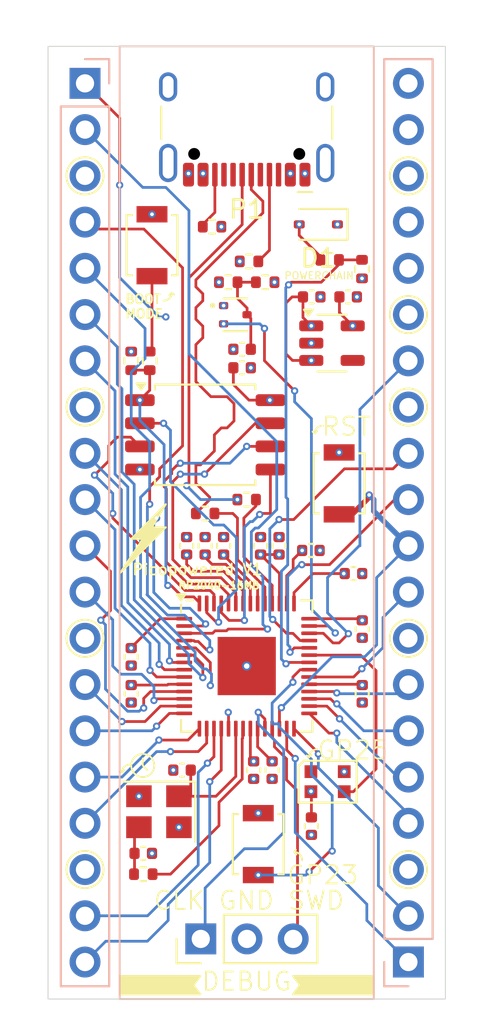
<source format=kicad_pcb>
(kicad_pcb (version 20241229) (generator "pcbnew") (generator_version "9.0")
  (layers (0 "F.Cu" signal) (4 "In1.Cu" signal) (6 "In2.Cu" signal) (2 "B.Cu" signal) (13 "F.Paste" user) (15 "B.Paste" user) (5 "F.SilkS" user "F.Silkscreen") (7 "B.SilkS" user "B.Silkscreen") (1 "F.Mask" user) (3 "B.Mask" user) (25 "Edge.Cuts" user))
  (net 0 "")
  (net 1 "VSYS")
  (net 2 "GND")
  (net 3 "3v3")
  (net 4 "Net-(C15-Pad2)")
  (net 5 "XIN")
  (net 6 "Net-(Q1-D)")
  (net 7 "VBUS")
  (net 9 "GPIO25")
  (net 10 "GPIO8")
  (net 11 "GPIO7")
  (net 12 "GPIO5")
  (net 13 "GPIO9")
  (net 14 "GPIO1")
  (net 15 "GPIO12")
  (net 16 "GPIO3")
  (net 17 "GPIO6")
  (net 18 "GPIO11")
  (net 19 "GPIO10")
  (net 20 "GPIO13")
  (net 21 "GPIO2")
  (net 22 "GPIO15")
  (net 23 "GPIO0")
  (net 24 "GPIO4")
  (net 25 "GPIO14")
  (net 26 "GPIO19")
  (net 27 "GPIO21")
  (net 28 "RUN")
  (net 29 "GPIO18")
  (net 30 "GPIO20")
  (net 31 "GPIO22")
  (net 32 "GPIO28")
  (net 33 "GPIO16")
  (net 34 "GPIO26")
  (net 35 "GPIO17")
  (net 36 "GPIO27")
  (net 37 "SWCLK")
  (net 38 "SWDIO")
  (net 39 "USB_DP")
  (net 40 "USB_DM")
  (net 41 "Net-(P1-CC)")
  (net 42 "GPIO29")
  (net 43 "QSPI_SS")
  (net 44 "Net-(R3-Pad1)")
  (net 45 "XOUT")
  (net 46 "Net-(U1-USB_DP)")
  (net 47 "Net-(U1-USB_DM)")
  (net 48 "GPIO24")
  (net 49 "GPIO23")
  (net 50 "QSPI_SD1")
  (net 51 "QSPI_SD0")
  (net 52 "QSPI_SCLK")
  (net 53 "QSPI_SD2")
  (net 54 "QSPI_SD3")
  (net 56 "Net-(P1-VCONN)")
  (footprint "Capacitor_SMD:C_0402_1005Metric" (layer "F.Cu") (at 25.908 53.34 90)
    (property "Reference" "C12" (hide yes))
    (property "Value" "100nF")
  )
  (footprint "Resistor_SMD:R_0402_1005Metric" (layer "F.Cu") (at 29.208 50.8)
    (property "Reference" "R6" (hide yes))
    (property "Value" "27")
  )
  (footprint "Capacitor_SMD:C_0402_1005Metric" (layer "F.Cu") (at 30.607 65.659 -90)
    (property "Reference" "C6" (hide yes))
    (property "Value" "100nF")
  )
  (footprint "Capacitor_SMD:C_0402_1005Metric" (layer "F.Cu") (at 29.972 53.34 90)
    (property "Reference" "C20" (hide yes))
    (property "Value" "1uF")
  )
  (footprint "Resistor_SMD:R_0402_1005Metric" (layer "F.Cu") (at 26.926 51.562)
    (property "Reference" "R5" (hide yes))
    (property "Value" "27")
  )
  (footprint "Button_Switch_SMD:SW_SPST_B3U-1000P" (layer "F.Cu") (at 24.003 36.83 -90)
    (property "Reference" "SW1" (hide yes))
    (property "Value" "BOOTSELECT")
  )
  (footprint "Package_DFN_QFN:QFN-56-1EP_7x7mm_P0.4mm_EP3.2x3.2mm" (layer "F.Cu") (at 29.21 59.944)
    (property "Reference" "U1" (hide yes))
    (property "Value" "RP2040")
  )
  (footprint "Diode_SMD:D_SOD-323" (layer "F.Cu") (at 33.147 35.687 180)
    (property "Reference" "D1")
    (property "Value" "BAT60A")
  )
  (footprint "Capacitor_SMD:C_0402_1005Metric" (layer "F.Cu") (at 30.988 53.34 90)
    (property "Reference" "C13" (hide yes))
    (property "Value" "100nF")
  )
  (footprint "Capacitor_SMD:C_0402_1005Metric" (layer "F.Cu") (at 26.924 53.34 90)
    (property "Reference" "C11" (hide yes))
    (property "Value" "100nF")
  )
  (footprint "Capacitor_SMD:C_0402_1005Metric" (layer "F.Cu") (at 35.08 54.864)
    (property "Reference" "C9" (hide yes))
    (property "Value" "100nF")
  )
  (footprint "Button_Switch_SMD:SW_SPST_B3U-1000P" (layer "F.Cu") (at 34.29 49.911 -90)
    (property "Reference" "SW3" (hide yes))
    (property "Value" "RST")
  )
  (footprint "Resistor_SMD:R_0402_1005Metric" (layer "F.Cu") (at 35.54875 38.14225 -90)
    (property "Reference" "R8" (hide yes))
    (property "Value" "10k")
  )
  (footprint "Capacitor_SMD:C_0402_1005Metric" (layer "F.Cu") (at 32.738 53.594)
    (property "Reference" "C19" (hide yes))
    (property "Value" "1uF")
  )
  (footprint "Capacitor_SMD:C_0402_1005Metric" (layer "F.Cu") (at 28.956 42.545 180)
    (property "Reference" "C17" (hide yes))
    (property "Value" "1nF")
  )
  (footprint "Capacitor_SMD:C_0402_1005Metric" (layer "F.Cu") (at 32.78275 39.66825)
    (property "Reference" "C1" (hide yes))
    (property "Value" "10uF")
  )
  (footprint "Resistor_SMD:R_0402_1005Metric" (layer "F.Cu") (at 33.77075 37.63625)
    (property "Reference" "R7" (hide yes))
    (property "Value" "5.6k")
  )
  (footprint "Resistor_SMD:R_0402_1005Metric" (layer "F.Cu") (at 30.226 38.862 180)
    (property "Reference" "R9" (hide yes))
    (property "Value" "200K")
  )
  (footprint "Resistor_SMD:R_0402_1005Metric" (layer "F.Cu") (at 28.194 38.862 180)
    (property "Reference" "R10" (hide yes))
    (property "Value" "100K")
  )
  (footprint "Capacitor_SMD:C_0402_1005Metric" (layer "F.Cu") (at 22.86 61.468 -90)
    (property "Reference" "C4" (hide yes))
    (property "Value" "100nF")
  )
  (footprint "Capacitor_SMD:C_0402_1005Metric" (layer "F.Cu") (at 34.78675 39.66825)
    (property "Reference" "C2" (hide yes))
    (property "Value" "10uF")
  )
  (footprint "Package_SO:SOIC-8_5.3x5.3mm_P1.27mm" (layer "F.Cu") (at 26.924 47.244)
    (property "Reference" "U2" (hide yes))
    (property "Value" "W25Q32JVSS")
  )
  (footprint "Capacitor_SMD:C_0402_1005Metric" (layer "F.Cu") (at 25.654 65.659)
    (property "Reference" "C16" (hide yes))
    (property "Value" "15pF")
  )
  (footprint "Capacitor_SMD:C_0402_1005Metric" (layer "F.Cu") (at 28.956 43.561)
    (property "Reference" "C14" (hide yes))
    (property "Value" "100nF")
  )
  (footprint "Capacitor_SMD:C_0402_1005Metric" (layer "F.Cu") (at 32.766 68.735 -90)
    (property "Reference" "C18" (hide yes))
    (property "Value" "100nF")
  )
  (footprint "Resistor_SMD:R_0402_1005Metric" (layer "F.Cu") (at 27.305 35.814)
    (property "Reference" "R11" (hide yes))
    (property "Value" "5.1K")
  )
  (footprint "Capacitor_SMD:C_0402_1005Metric" (layer "F.Cu") (at 27.94 53.34 90)
    (property "Reference" "C10" (hide yes))
    (property "Value" "100nF")
  )
  (footprint "LED_SMD:LED_WS2812B-2020_PLCC4_2.0x2.0mm" (layer "F.Cu") (at 33.655 66.294)
    (property "Reference" "D3" (hide yes))
    (property "Value" "WS2812B-2020")
  )
  (footprint "Crystal:Crystal_SMD_Abracon_ABM8G-4Pin_3.2x2.5mm" (layer "F.Cu") (at 24.384 67.945 180)
    (property "Reference" "Y1" (hide yes))
    (property "Value" "ABM8-272-T3")
  )
  (footprint "Resistor_SMD:R_0402_1005Metric" (layer "F.Cu") (at 29.337 37.719 180)
    (property "Reference" "R1" (hide yes))
    (property "Value" "5.1K")
  )
  (footprint "Capacitor_SMD:C_0402_1005Metric" (layer "F.Cu") (at 29.591 65.659 -90)
    (property "Reference" "C5" (hide yes))
    (property "Value" "100nF")
  )
  (footprint "Capacitor_SMD:C_0402_1005Metric" (layer "F.Cu") (at 23.523 70.231 180)
    (property "Reference" "C15" (hide yes))
    (property "Value" "15pF")
  )
  (footprint "Capacitor_SMD:C_0402_1005Metric" (layer "F.Cu") (at 35.56 61.468 -90)
    (property "Reference" "C7" (hide yes))
    (property "Value" "100nF")
  )
  (footprint "Resistor_SMD:R_0402_1005Metric" (layer "F.Cu") (at 22.86 43.18 90)
    (property "Reference" "R2" (hide yes))
    (property "Value" "10K")
  )
  (footprint "Package_TO_SOT_SMD:SOT-23-5" (layer "F.Cu") (at 33.89775 42.20825)
    (property "Reference" "U3" (hide yes))
    (property "Value" "AP2112K-3.3")
  )
  (footprint "Capacitor_SMD:C_0402_1005Metric" (layer "F.Cu") (at 22.86 59.436 -90)
    (property "Reference" "C3" (hide yes))
    (property "Value" "100nF")
  )
  (footprint "Connector_USB:USB_C_Receptacle_HCTL_HC-TYPE-C-16P-01A" (layer "F.Cu") (at 29.21 29.21 180)
    (property "Reference" "P1")
    (property "Value" "USB_C_Plug_USB2.0")
  )
  (footprint "Connector_PinHeader_2.54mm:PinHeader_1x03_P2.54mm_Vertical" (layer "F.Cu") (at 26.685 74.93 90)
    (property "Reference" "J3" (hide yes))
    (property "Value" "Conn_01x03")
  )
  (footprint "Resistor_SMD:R_0402_1005Metric" (layer "F.Cu") (at 23.876 43.18 -90)
    (property "Reference" "R3" (hide yes))
    (property "Value" "1K")
  )
  (footprint "Resistor_SMD:R_0402_1005Metric" (layer "F.Cu") (at 23.525 71.374)
    (property "Reference" "R4" (hide yes))
    (property "Value" "1K")
  )
  (footprint "Button_Switch_SMD:SW_SPST_B3U-1000P" (layer "F.Cu") (at 29.845 69.723 90)
    (property "Reference" "SW2" (hide yes))
    (property "Value" "USER_BTN")
  )
  (footprint "Capacitor_SMD:C_0402_1005Metric" (layer "F.Cu") (at 35.56 57.912 -90)
    (property "Reference" "C8" (hide yes))
    (property "Value" "100nF")
  )
  (footprint "Package_TO_SOT_SMD:SOT-523" (layer "F.Cu") (at 28.585 40.648)
    (property "Reference" "Q1" (hide yes))
    (property "Value" "DMG1012T")
  )
  (footprint "Connector_PinHeader_2.54mm:PinHeader_1x20_P2.54mm_Vertical" (layer "B.Cu") (at 38.1 76.2)
    (property "Reference" "J2" (hide yes))
    (property "Value" "Conn_01x20")
  )
  (footprint "Connector_PinHeader_2.54mm:PinHeader_1x20_P2.54mm_Vertical" (layer "B.Cu") (at 20.32 27.94 180)
    (property "Reference" "J1" (hide yes))
    (property "Value" "Conn_01x20")
  )
  (gr_line (start 25.214251 39.538143) (end 25.087251 39.442874) (stroke (width 0.1)) (layer "F.SilkS"))
  (gr_line (start 31.822874 70.162749) (end 31.949874 70.289749) (stroke (width 0.1)) (layer "F.SilkS"))
  (gr_circle (center 20.32 71.12) (end 21.336 70.993) (stroke (width 0.1)) (fill no) (layer "F.SilkS"))
  (gr_arc (start 32.951747 47.075857) (mid 33.119338 46.830536) (end 33.400998 46.736) (stroke (width 0.1)) (layer "F.SilkS"))
  (gr_circle (center 23.495 65.405) (end 24.13 65.405) (stroke (width 0.1)) (fill no) (layer "F.SilkS"))
  (gr_arc (start 25.087251 39.538143) (mid 24.91966 39.783464) (end 24.638 39.878) (stroke (width 0.1)) (layer "F.SilkS"))
  (gr_line (start 31.918143 70.035749) (end 31.822874 70.162749) (stroke (width 0.1)) (layer "F.SilkS"))
  (gr_poly (pts (xy 36.195 77.978) (xy 31.75 77.978) (xy 32.131 77.47) (xy 31.75 76.962) (xy 36.195 76.962)) (stroke (width 0.1)) (fill yes) (layer "F.SilkS"))
  (gr_line (start 32.824747 47.075857) (end 32.951747 47.171126) (stroke (width 0.1)) (layer "F.SilkS"))
  (gr_circle (center 20.32 33.02) (end 21.336 32.893) (stroke (width 0.1)) (fill no) (layer "F.SilkS"))
  (gr_arc (start 31.918143 70.162749) (mid 32.163464 70.33034) (end 32.258 70.612) (stroke (width 0.1)) (layer "F.SilkS"))
  (gr_line (start 23.495 65.405) (end 23.749 65.659) (stroke (width 0.1)) (layer "F.SilkS"))
  (gr_circle (center 20.32 45.72) (end 21.336 45.593) (stroke (width 0.1)) (fill no) (layer "F.SilkS"))
  (gr_arc (start 32.639 64.855857) (mid 32.806591 64.610536) (end 33.088251 64.516) (stroke (width 0.1)) (layer "F.SilkS"))
  (gr_circle (center 38.1 71.12) (end 39.116 70.993) (stroke (width 0.1)) (fill no) (layer "F.SilkS"))
  (gr_poly (pts (xy 22.225 76.962) (xy 26.67 76.962) (xy 26.289 77.47) (xy 26.67 77.978) (xy 22.225 77.978)) (stroke (width 0.1)) (fill yes) (layer "F.SilkS"))
  (gr_line (start 22.352 65.786) (end 22.479 65.659) (stroke (width 0.1)) (layer "F.SilkS"))
  (gr_circle (center 38.1 58.42) (end 39.116 58.293) (stroke (width 0.1)) (fill no) (layer "F.SilkS"))
  (gr_circle (center 38.1 40.64) (end 39.123907 40.64) (stroke (width 0.1)) (fill no) (layer "F.SilkS"))
  (gr_circle (center 38.1 45.72) (end 39.116 45.593) (stroke (width 0.1)) (fill no) (layer "F.SilkS"))
  (gr_line (start 25.087251 39.442874) (end 24.960251 39.569874) (stroke (width 0.1)) (layer "F.SilkS"))
  (gr_circle (center 20.32 58.42) (end 21.343907 58.42) (stroke (width 0.1)) (fill no) (layer "F.SilkS"))
  (gr_poly (pts (xy 22.86 52.959) (xy 23.495 52.959) (xy 22.225 54.864) (xy 24.765 52.324) (xy 24.003 52.324) (xy 24.765 51.054)) (stroke (width 0.1)) (fill yes) (layer "F.SilkS"))
  (gr_line (start 32.951747 47.171126) (end 33.078747 47.044126) (stroke (width 0.1)) (layer "F.SilkS"))
  (gr_line (start 32.512 64.855857) (end 32.639 64.951126) (stroke (width 0.1)) (layer "F.SilkS"))
  (gr_line (start 22.225 65.690731) (end 22.352 65.786) (stroke (width 0.1)) (layer "F.SilkS"))
  (gr_arc (start 22.352 65.690731) (mid 22.519591 65.44541) (end 22.801251 65.350874) (stroke (width 0.1)) (layer "F.SilkS"))
  (gr_line (start 32.639 64.951126) (end 32.766 64.824126) (stroke (width 0.1)) (layer "F.SilkS"))
  (gr_line (start 23.495 65.405) (end 23.495 65.024) (stroke (width 0.1)) (layer "F.SilkS"))
  (gr_circle (center 38.1 33.02) (end 39.116 33.147) (stroke (width 0.1)) (fill no) (layer "F.SilkS"))
  (gr_line (start 22.225 78.232) (end 22.225 25.908) (stroke (width 0.1)) (layer "B.SilkS"))
  (gr_line (start 36.195 25.908) (end 36.195 78.232) (stroke (width 0.1)) (layer "B.SilkS"))
  (gr_line (start 22.225 25.908) (end 36.195 25.908) (stroke (width 0.1)) (layer "B.SilkS"))
  (gr_line (start 36.195 78.232) (end 22.225 78.232) (stroke (width 0.1)) (layer "B.SilkS"))
  (gr_rect (start 18.288 25.908) (end 40.132 78.232) (stroke (width 0.05)) (fill no) (layer "Edge.Cuts"))
  (gr_text "CLK GND SWD" (at 29.337 73.406 0) (layer "F.SilkS") (effects (font (size 1 1) (thickness 0.1)) (justify bottom)))
  (gr_text "BOOT\nMODE" (at 22.479 40.894 0) (layer "F.SilkS") (effects (font (size 0.5 0.5) (thickness 0.1)) (justify left bottom)))
  (gr_text "RP2040-16MB\n" (at 25.4 55.753 0) (layer "F.SilkS") (effects (font (size 0.4 0.4) (thickness 0.1)) (justify left bottom)))
  (gr_text "GP23\n" (at 31.369 72.009 0) (layer "F.SilkS") (effects (font (size 1 1) (thickness 0.1)) (justify left bottom)))
  (gr_text "DEBUG\n" (at 29.21 77.851 0) (layer "F.SilkS") (effects (font (size 1 1) (thickness 0.1)) (justify bottom)))
  (gr_text "POWERCHAIN\n" (at 31.242 38.735 0) (layer "F.SilkS") (effects (font (size 0.4 0.4) (thickness 0.0625)) (justify left bottom)))
  (gr_text "GP25" (at 33.02 65.144 0) (layer "F.SilkS") (effects (font (size 1 1) (thickness 0.1)) (justify left bottom)))
  (gr_text "Picopowered V1" (at 22.86 54.991 0) (layer "F.SilkS") (effects (font (size 0.6 0.6) (thickness 0.1)) (justify left bottom)))
  (gr_text "RST\n" (at 33.274 47.371 0) (layer "F.SilkS") (effects (font (size 1 1) (thickness 0.1)) (justify left bottom)))
  (segment (start 32.30275 40.80075) (end 32.30275 39.66825) (width 0.15) (layer "F.Cu") (net 1))
  (segment (start 31.70575 39.66825) (end 31.369 40.005) (width 0.15) (layer "F.Cu") (net 1))
  (segment (start 31.369 40.005) (end 31.369 42.799) (width 0.15) (layer "F.Cu") (net 1))
  (segment (start 31.369 42.799) (end 31.72825 43.15825) (width 0.15) (layer "F.Cu") (net 1))
  (segment (start 32.76025 41.25825) (end 32.30275 40.80075) (width 0.15) (layer "F.Cu") (net 1))
  (segment (start 31.72825 43.15825) (end 32.76025 43.15825) (width 0.15) (layer "F.Cu") (net 1))
  (segment (start 32.30275 39.66825) (end 31.70575 39.66825) (width 0.15) (layer "F.Cu") (net 1))
  (via (at 34.197 35.687) (size 0.4) (drill 0.2) (layers "F.Cu" "B.Cu") (net 1))
  (via (at 32.76025 41.25825) (size 0.4) (drill 0.2) (layers "F.Cu" "B.Cu") (net 1))
  (via (at 30.736 38.862) (size 0.4) (drill 0.2) (layers "F.Cu" "B.Cu") (net 1))
  (via (at 32.76025 43.15825) (size 0.4) (drill 0.2) (layers "F.Cu" "B.Cu") (net 1))
  (segment (start 28.21 63.3815) (end 28.21 62.5) (width 0.15) (layer "F.Cu") (net 2))
  (segment (start 28.21 62.5) (end 28.194 62.484) (width 0.15) (layer "F.Cu") (net 2))
  (via (at 30.988 52.86) (size 0.4) (drill 0.2) (layers "F.Cu" "B.Cu") (net 2))
  (via (at 28.194 62.484) (size 0.4) (drill 0.2) (layers "F.Cu" "B.Cu") (net 2))
  (via (at 29.845 68.023) (size 0.4) (drill 0.2) (layers "F.Cu" "B.Cu") (net 2))
  (via (at 23.284 67.095) (size 0.4) (drill 0.2) (layers "F.Cu" "B.Cu") (net 2))
  (via (at 34.57 65.744) (size 0.4) (drill 0.2) (layers "F.Cu" "B.Cu") (net 2))
  (via (at 22.86 61.948) (size 0.4) (drill 0.2) (layers "F.Cu" "B.Cu") (net 2))
  (via (at 33.26275 39.66825) (size 0.4) (drill 0.2) (layers "F.Cu" "B.Cu") (net 2))
  (via (at 35.54875 38.65225) (size 0.4) (drill 0.2) (layers "F.Cu" "B.Cu") (net 2))
  (via (at 29.591 66.139) (size 0.4) (drill 0.2) (layers "F.Cu" "B.Cu") (net 2))
  (via (at 35.56 58.392) (size 0.4) (drill 0.2) (layers "F.Cu" "B.Cu") (net 2))
  (via (at 34.29 48.211) (size 0.4) (drill 0.2) (layers "F.Cu" "B.Cu") (net 2))
  (via (at 35.56 61.948) (size 0.4) (drill 0.2) (layers "F.Cu" "B.Cu") (net 2))
  (via (at 25.908 52.86) (size 0.4) (drill 0.2) (layers "F.Cu" "B.Cu") (net 2))
  (via (at 35.26675 39.66825) (size 0.4) (drill 0.2) (layers "F.Cu" "B.Cu") (net 2))
  (via (at 28.476 42.545) (size 0.4) (drill 0.2) (layers "F.Cu" "B.Cu") (net 2))
  (via (at 32.766 69.215) (size 0.4) (drill 0.2) (layers "F.Cu" "B.Cu") (net 2))
  (via (at 32.76025 42.20825) (size 0.4) (drill 0.2) (layers "F.Cu" "B.Cu") (net 2))
  (via (at 22.86 59.916) (size 0.4) (drill 0.2) (layers "F.Cu" "B.Cu") (net 2))
  (via (at 28.827 37.719) (size 0.4) (drill 0.2) (layers "F.Cu" "B.Cu") (net 2))
  (via (at 24.003 70.231) (size 0.4) (drill 0.2) (layers "F.Cu" "B.Cu") (net 2))
  (via (at 35.56 54.864) (size 0.4) (drill 0.2) (layers "F.Cu" "B.Cu") (net 2))
  (via (at 26.01 32.89) (size 0.4) (drill 0.2) (layers "F.Cu" "B.Cu") (net 2))
  (via (at 26.924 52.86) (size 0.4) (drill 0.2) (layers "F.Cu" "B.Cu") (net 2))
  (via (at 27.684 38.862) (size 0.4) (drill 0.2) (layers "F.Cu" "B.Cu") (net 2))
  (via (at 33.241 53.594) (size 0.4) (drill 0.2) (layers "F.Cu" "B.Cu") (net 2))
  (via (at 29.21 59.944) (size 0.5) (drill 0.3) (layers "F.Cu" "B.Cu") (net 2))
  (via (at 29.972 52.86) (size 0.4) (drill 0.2) (layers "F.Cu" "B.Cu") (net 2))
  (via (at 29.436 43.561) (size 0.4) (drill 0.2) (layers "F.Cu" "B.Cu") (net 2))
  (via (at 24.003 35.13) (size 0.4) (drill 0.2) (layers "F.Cu" "B.Cu") (net 2))
  (via (at 25.174 65.659) (size 0.4) (drill 0.2) (layers "F.Cu" "B.Cu") (net 2))
  (via (at 27.94 52.86) (size 0.4) (drill 0.2) (layers "F.Cu" "B.Cu") (net 2))
  (via (at 25.484 68.795) (size 0.4) (drill 0.2) (layers "F.Cu" "B.Cu") (net 2))
  (via (at 23.3365 49.149) (size 0.4) (drill 0.2) (layers "F.Cu" "B.Cu") (net 2))
  (via (at 30.607 66.139) (size 0.4) (drill 0.2) (layers "F.Cu" "B.Cu") (net 2))
  (via (at 27.815 35.814) (size 0.4) (drill 0.2) (layers "F.Cu" "B.Cu") (net 2))
  (via (at 32.41 32.89) (size 0.4) (drill 0.2) (layers "F.Cu" "B.Cu") (net 2))
  (segment (start 32.766 66.842) (end 32.746 66.822) (width 0.15) (layer "F.Cu") (net 3))
  (segment (start 31.764 54.624) (end 31.764 54.088) (width 0.15) (layer "F.Cu") (net 3))
  (segment (start 31.764 54.088) (end 32.258 53.594) (width 0.15) (layer "F.Cu") (net 3))
  (segment (start 26.924 53.848) (end 26.924 53.975) (width 0.15) (layer "F.Cu") (net 3))
  (segment (start 31.41 54.978) (end 31.764 54.624) (width 0.15) (layer "F.Cu") (net 3))
  (segment (start 29.972 53.82) (end 31.01 54.858) (width 0.15) (layer "F.Cu") (net 3))
  (segment (start 31.81 56.5065) (end 31.81 55.90925) (width 0.15) (layer "F.Cu") (net 3))
  (segment (start 34.30675 39.66825) (end 34.30675 40.52975) (width 0.15) (layer "F.Cu") (net 3))
  (segment (start 29.81 63.3815) (end 29.81 64.382) (width 0.15) (layer "F.Cu") (net 3))
  (segment (start 25.908 54.356) (end 25.908 53.848) (width 0.15) (layer "F.Cu") (net 3))
  (segment (start 27.305 54.356) (end 28.067 54.356) (width 0.15) (layer "F.Cu") (net 3))
  (segment (start 29.337 45.339) (end 28.476 44.478) (width 0.15) (layer "F.Cu") (net 3))
  (segment (start 32.85525 54.864) (end 34.544 54.864) (width 0.15) (layer "F.Cu") (net 3))
  (segment (start 24.848 60.988) (end 22.86 60.988) (width 0.15) (layer "F.Cu") (net 3))
  (segment (start 27.94 53.82) (end 27.94 53.848) (width 0.15) (layer "F.Cu") (net 3))
  (segment (start 30.48 45.339) (end 29.337 45.339) (width 0.15) (layer "F.Cu") (net 3))
  (segment (start 25.7725 60.944) (end 24.892 60.944) (width 0.15) (layer "F.Cu") (net 3))
  (segment (start 29.01 55.807) (end 27.94 54.737) (width 0.15) (layer "F.Cu") (net 3))
  (segment (start 22.86 58.928) (end 22.86 58.956) (width 0.15) (layer "F.Cu") (net 3))
  (segment (start 34.544 54.864) (end 34.6 54.864) (width 0.15) (layer "F.Cu") (net 3))
  (segment (start 35.472 57.344) (end 32.6475 57.344) (width 0.15) (layer "F.Cu") (net 3))
  (segment (start 29.01 56.5065) (end 29.01 55.807) (width 0.15) (layer "F.Cu") (net 3))
  (segment (start 28.067 54.356) (end 29.41 55.699) (width 0.15) (layer "F.Cu") (net 3))
  (segment (start 34.30675 40.52975) (end 35.03525 41.25825) (width 0.15) (layer "F.Cu") (net 3))
  (segment (start 25.908 53.848) (end 25.908 53.82) (width 0.15) (layer "F.Cu") (net 3))
  (segment (start 27.94 53.848) (end 29.81 55.718) (width 0.15) (layer "F.Cu") (net 3))
  (segment (start 26.289 54.737) (end 25.908 54.356) (width 0.15) (layer "F.Cu") (net 3))
  (segment (start 29.81 55.718) (end 29.81 56.5065) (width 0.15) (layer "F.Cu") (net 3))
  (segment (start 24.444 57.344) (end 22.86 58.928) (width 0.15) (layer "F.Cu") (net 3))
  (segment (start 29.81 64.382) (end 30.48 65.052) (width 0.15) (layer "F.Cu") (net 3))
  (segment (start 31.41 54.978) (end 31.41 56.5065) (width 0.15) (layer "F.Cu") (net 3))
  (segment (start 29.41 64.97) (end 29.464 65.024) (width 0.15) (layer "F.Cu") (net 3))
  (segment (start 26.924 53.82) (end 26.924 53.848) (width 0.15) (layer "F.Cu") (net 3))
  (segment (start 26.924 53.975) (end 27.305 54.356) (width 0.15) (layer "F.Cu") (net 3))
  (segment (start 32.6475 60.944) (end 35.516 60.944) (width 0.15) (layer "F.Cu") (net 3))
  (segment (start 25.7725 57.344) (end 24.444 57.344) (width 0.15) (layer "F.Cu") (net 3))
  (segment (start 31.01 54.858) (end 31.01 56.5065) (width 0.15) (layer "F.Cu") (net 3))
  (segment (start 31.81 55.90925) (end 32.85525 54.864) (width 0.15) (layer "F.Cu") (net 3))
  (segment (start 32.766 68.255) (end 32.766 66.842) (width 0.15) (layer "F.Cu") (net 3))
  (segment (start 29.41 55.699) (end 29.41 56.5065) (width 0.15) (layer "F.Cu") (net 3))
  (segment (start 24.892 60.944) (end 24.848 60.988) (width 0.15) (layer "F.Cu") (net 3))
  (segment (start 30.5115 45.339) (end 30.48 45.339) (width 0.15) (layer "F.Cu") (net 3))
  (segment (start 35.56 57.432) (end 35.472 57.344) (width 0.15) (layer "F.Cu") (net 3))
  (segment (start 35.516 60.944) (end 35.56 60.988) (width 0.15) (layer "F.Cu") (net 3))
  (segment (start 29.972 53.82) (end 30.988 53.82) (width 0.15) (layer "F.Cu") (net 3))
  (segment (start 29.41 63.3815) (end 29.41 64.97) (width 0.15) (layer "F.Cu") (net 3))
  (segment (start 27.94 54.737) (end 26.289 54.737) (width 0.15) (layer "F.Cu") (net 3))
  (segment (start 28.476 44.478) (end 28.476 43.561) (width 0.15) (layer "F.Cu") (net 3))
  (via (at 27.94 53.848) (size 0.4) (drill 0.2) (layers "F.Cu" "B.Cu") (net 3))
  (via (at 32.746 66.822) (size 0.4) (drill 0.2) (layers "F.Cu" "B.Cu") (net 3))
  (via (at 26.924 53.848) (size 0.4) (drill 0.2) (layers "F.Cu" "B.Cu") (net 3))
  (via (at 22.86 58.956) (size 0.4) (drill 0.2) (layers "F.Cu" "B.Cu") (net 3))
  (via (at 30.988 53.82) (size 0.4) (drill 0.2) (layers "F.Cu" "B.Cu") (net 3))
  (via (at 27.94 40.148) (size 0.4) (drill 0.2) (layers "F.Cu" "B.Cu") (net 3))
  (via (at 30.48 45.339) (size 0.4) (drill 0.2) (layers "F.Cu" "B.Cu") (net 3))
  (via (at 29.591 65.179) (size 0.4) (drill 0.2) (layers "F.Cu" "B.Cu") (net 3))
  (via (at 29.972 53.82) (size 0.4) (drill 0.2) (layers "F.Cu" "B.Cu") (net 3))
  (via (at 35.56 57.432) (size 0.4) (drill 0.2) (layers "F.Cu" "B.Cu") (net 3))
  (via (at 34.544 54.864) (size 0.4) (drill 0.2) (layers "F.Cu" "B.Cu") (net 3))
  (via (at 25.908 53.848) (size 0.4) (drill 0.2) (layers "F.Cu" "B.Cu") (net 3))
  (via (at 22.86 42.67) (size 0.4) (drill 0.2) (layers "F.Cu" "B.Cu") (net 3))
  (via (at 32.258 53.594) (size 0.4) (drill 0.2) (layers "F.Cu" "B.Cu") (net 3))
  (via (at 35.03525 41.25825) (size 0.4) (drill 0.2) (layers "F.Cu" "B.Cu") (net 3))
  (via (at 22.86 60.988) (size 0.4) (drill 0.2) (layers "F.Cu" "B.Cu") (net 3))
  (via (at 35.56 60.988) (size 0.4) (drill 0.2) (layers "F.Cu" "B.Cu") (net 3))
  (via (at 30.607 65.179) (size 0.4) (drill 0.2) (layers "F.Cu" "B.Cu") (net 3))
  (segment (start 23.043 70.231) (end 23.043 71.346) (width 0.15) (layer "F.Cu") (net 4))
  (segment (start 23.043 71.346) (end 23.015 71.374) (width 0.15) (layer "F.Cu") (net 4))
  (segment (start 23.043 69.036) (end 23.284 68.795) (width 0.15) (layer "F.Cu") (net 4))
  (segment (start 23.043 70.231) (end 23.043 69.036) (width 0.15) (layer "F.Cu") (net 4))
  (segment (start 25.484 67.095) (end 26.123 67.095) (width 0.15) (layer "F.Cu") (net 5))
  (segment (start 26.123 67.095) (end 26.134 67.084) (width 0.15) (layer "F.Cu") (net 5))
  (segment (start 28.61 66.005) (end 28.61 63.3815) (width 0.15) (layer "F.Cu") (net 5))
  (segment (start 25.484 67.095) (end 27.52 67.095) (width 0.15) (layer "F.Cu") (net 5))
  (segment (start 27.52 67.095) (end 28.61 66.005) (width 0.15) (layer "F.Cu") (net 5))
  (segment (start 26.134 67.084) (end 26.134 65.659) (width 0.15) (layer "F.Cu") (net 5))
  (segment (start 29.436 40.854) (end 29.23 40.648) (width 0.15) (layer "F.Cu") (net 6))
  (segment (start 29.23 40.279) (end 29.23 40.648) (width 0.15) (layer "F.Cu") (net 6))
  (segment (start 28.704 38.862) (end 29.716 38.862) (width 0.15) (layer "F.Cu") (net 6))
  (segment (start 28.704 38.862) (end 28.704 39.753) (width 0.15) (layer "F.Cu") (net 6))
  (segment (start 29.436 42.545) (end 29.436 40.854) (width 0.15) (layer "F.Cu") (net 6))
  (segment (start 28.704 39.753) (end 29.23 40.279) (width 0.15) (layer "F.Cu") (net 6))
  (segment (start 33.26075 37.45075) (end 33.26075 37.63625) (width 0.15) (layer "F.Cu") (net 7))
  (segment (start 32.097 35.687) (end 32.097 36.287) (width 0.15) (layer "F.Cu") (net 7))
  (segment (start 32.097 36.287) (end 33.26075 37.45075) (width 0.15) (layer "F.Cu") (net 7))
  (via (at 26.81 32.89) (size 0.4) (drill 0.2) (layers "F.Cu" "B.Cu") (net 7))
  (via (at 31.61 32.89) (size 0.4) (drill 0.2) (layers "F.Cu" "B.Cu") (net 7))
  (via (at 32.097 35.687) (size 0.4) (drill 0.2) (layers "F.Cu" "B.Cu") (net 7))
  (segment (start 36.322 65.592) (end 35.07 66.844) (width 0.15) (layer "F.Cu") (net 9))
  (segment (start 32.6475 59.344) (end 35.468 59.344) (width 0.15) (layer "F.Cu") (net 9))
  (segment (start 36.322 60.198) (end 36.322 65.592) (width 0.15) (layer "F.Cu") (net 9))
  (segment (start 35.07 66.844) (end 34.57 66.844) (width 0.15) (layer "F.Cu") (net 9))
  (segment (start 35.468 59.344) (end 36.322 60.198) (width 0.15) (layer "F.Cu") (net 9))
  (segment (start 23.925082 61.344) (end 23.547196 61.721886) (width 0.15) (layer "F.Cu") (net 10))
  (segment (start 21.717 54.737) (end 20.32 53.34) (width 0.15) (layer "F.Cu") (net 10))
  (segment (start 23.547196 61.721886) (end 23.547196 62.25) (width 0.15) (layer "F.Cu") (net 10))
  (segment (start 21.190624 57.422376) (end 21.717 56.896) (width 0.15) (layer "F.Cu") (net 10))
  (segment (start 21.717 56.896) (end 21.717 54.737) (width 0.15) (layer "F.Cu") (net 10))
  (segment (start 25.7725 61.344) (end 23.925082 61.344) (width 0.15) (layer "F.Cu") (net 10))
  (via (at 21.190624 57.422376) (size 0.4) (drill 0.2) (layers "F.Cu" "B.Cu") (net 10))
  (via (at 23.547196 62.25) (size 0.4) (drill 0.2) (layers "F.Cu" "B.Cu") (net 10))
  (segment (start 22.66514 62.426306) (end 21.446 61.207166) (width 0.15) (layer "B.Cu") (net 10))
  (segment (start 21.446 57.677752) (end 21.190624 57.422376) (width 0.15) (layer "B.Cu") (net 10))
  (segment (start 23.298694 62.426306) (end 22.66514 62.426306) (width 0.15) (layer "B.Cu") (net 10))
  (segment (start 23.547196 62.25) (end 23.475 62.25) (width 0.15) (layer "B.Cu") (net 10))
  (segment (start 21.446 61.207166) (end 21.446 57.677752) (width 0.15) (layer "B.Cu") (net 10))
  (segment (start 23.475 62.25) (end 23.298694 62.426306) (width 0.15) (layer "B.Cu") (net 10))
  (segment (start 24.258752 60.544) (end 23.894376 60.179624) (width 0.15) (layer "F.Cu") (net 11))
  (segment (start 25.7725 60.544) (end 24.258752 60.544) (width 0.15) (layer "F.Cu") (net 11))
  (via (at 23.894376 60.179624) (size 0.4) (drill 0.2) (layers "F.Cu" "B.Cu") (net 11))
  (segment (start 23.894376 58.692376) (end 21.971 56.769) (width 0.15) (layer "B.Cu") (net 11))
  (segment (start 21.971 56.769) (end 21.971 52.451) (width 0.15) (layer "B.Cu") (net 11))
  (segment (start 23.894376 60.179624) (end 23.894376 58.692376) (width 0.15) (layer "B.Cu") (net 11))
  (segment (start 21.971 52.451) (end 20.32 50.8) (width 0.15) (layer "B.Cu") (net 11))
  (segment (start 25.7725 59.744) (end 25.050849 59.744) (width 0.15) (layer "F.Cu") (net 12))
  (segment (start 25.050849 59.744) (end 24.965121 59.658272) (width 0.15) (layer "F.Cu") (net 12))
  (via (at 24.965121 59.658272) (size 0.4) (drill 0.2) (layers "F.Cu" "B.Cu") (net 12))
  (segment (start 22.673 56.455) (end 22.673 50.105) (width 0.15) (layer "B.Cu") (net 12))
  (segment (start 24.965121 58.747121) (end 22.673 56.455) (width 0.15) (layer "B.Cu") (net 12))
  (segment (start 24.965121 59.658272) (end 24.965121 58.747121) (width 0.15) (layer "B.Cu") (net 12))
  (segment (start 22.673 50.105) (end 21.971 49.403) (width 0.15) (layer "B.Cu") (net 12))
  (segment (start 21.971 49.403) (end 21.971 44.831) (width 0.15) (layer "B.Cu") (net 12))
  (segment (start 21.971 44.831) (end 20.32 43.18) (width 0.15) (layer "B.Cu") (net 12))
  (segment (start 24.198248 61.744) (end 24.110381 61.831867) (width 0.15) (layer "F.Cu") (net 13))
  (segment (start 25.7725 61.744) (end 24.198248 61.744) (width 0.15) (layer "F.Cu") (net 13))
  (via (at 24.110381 61.831867) (size 0.4) (drill 0.2) (layers "F.Cu" "B.Cu") (net 13))
  (segment (start 23.435 60.392) (end 22.292 60.392) (width 0.15) (layer "B.Cu") (net 13))
  (segment (start 22.292 60.392) (end 21.844 59.944) (width 0.15) (layer "B.Cu") (net 13))
  (segment (start 21.844 57.404) (end 20.32 55.88) (width 0.15) (layer "B.Cu") (net 13))
  (segment (start 24.110381 61.831867) (end 24.110381 61.067381) (width 0.15) (layer "B.Cu") (net 13))
  (segment (start 24.110381 61.067381) (end 23.435 60.392) (width 0.15) (layer "B.Cu") (net 13))
  (segment (start 21.844 59.944) (end 21.844 57.404) (width 0.15) (layer "B.Cu") (net 13))
  (segment (start 30.353 57.912) (end 28.194 57.912) (width 0.15) (layer "F.Cu") (net 14))
  (segment (start 27.471 58.007) (end 27.334 58.144) (width 0.15) (layer "F.Cu") (net 14))
  (segment (start 28.099 58.007) (end 27.471 58.007) (width 0.15) (layer "F.Cu") (net 14))
  (segment (start 27.334 58.144) (end 25.7725 58.144) (width 0.15) (layer "F.Cu") (net 14))
  (segment (start 28.194 57.912) (end 28.099 58.007) (width 0.15) (layer "F.Cu") (net 14))
  (via (at 30.353 57.912) (size 0.4) (drill 0.2) (layers "F.Cu" "B.Cu") (net 14))
  (segment (start 30.861 47.625) (end 26.035 42.799) (width 0.15) (layer "B.Cu") (net 14))
  (segment (start 23.495 33.655) (end 20.32 30.48) (width 0.15) (layer "B.Cu") (net 14))
  (segment (start 30.353 57.912) (end 30.099 57.658) (width 0.15) (layer "B.Cu") (net 14))
  (segment (start 29.676265 52.360876) (end 29.853042 52.360876) (width 0.15) (layer "B.Cu") (net 14))
  (segment (start 29.464 52.57314) (end 29.676265 52.360876) (width 0.15) (layer "B.Cu") (net 14))
  (segment (start 30.099 55.042388) (end 29.464 54.407388) (width 0.15) (layer "B.Cu") (net 14))
  (segment (start 26.035 42.799) (end 26.035 34.925) (width 0.15) (layer "B.Cu") (net 14))
  (segment (start 30.099 57.658) (end 30.099 55.042388) (width 0.15) (layer "B.Cu") (net 14))
  (segment (start 29.853042 52.360876) (end 30.861 51.352918) (width 0.15) (layer "B.Cu") (net 14))
  (segment (start 24.765 33.655) (end 23.495 33.655) (width 0.15) (layer "B.Cu") (net 14))
  (segment (start 29.464 54.407388) (end 29.464 52.57314) (width 0.15) (layer "B.Cu") (net 14))
  (segment (start 30.861 51.352918) (end 30.861 47.625) (width 0.15) (layer "B.Cu") (net 14))
  (segment (start 26.035 34.925) (end 24.765 33.655) (width 0.15) (layer "B.Cu") (net 14))
  (segment (start 26.61 63.3815) (end 25.9835 64.008) (width 0.15) (layer "F.Cu") (net 15))
  (segment (start 25.9835 64.008) (end 24.384 64.008) (width 0.15) (layer "F.Cu") (net 15))
  (via (at 24.384 64.008) (size 0.4) (drill 0.2) (layers "F.Cu" "B.Cu") (net 15))
  (segment (start 24.384 64.008) (end 22.352 66.04) (width 0.15) (layer "B.Cu") (net 15))
  (segment (start 22.352 66.04) (end 20.32 66.04) (width 0.15) (layer "B.Cu") (net 15))
  (segment (start 27.273 60.776166) (end 27.273 60.381834) (width 0.15) (layer "F.Cu") (net 16))
  (segment (start 27.210001 59.754001) (end 26.4 58.944) (width 0.15) (layer "F.Cu") (net 16))
  (segment (start 26.4 58.944) (end 25.7725 58.944) (width 0.15) (layer "F.Cu") (net 16))
  (segment (start 27.210001 60.318835) (end 27.210001 59.754001) (width 0.15) (layer "F.Cu") (net 16))
  (segment (start 27.210001 60.839165) (end 27.273 60.776166) (width 0.15) (layer "F.Cu") (net 16))
  (segment (start 27.273 60.381834) (end 27.210001 60.318835) (width 0.15) (layer "F.Cu") (net 16))
  (segment (start 27.210001 61.014239) (end 27.210001 60.839165) (width 0.15) (layer "F.Cu") (net 16))
  (via (at 27.210001 61.014239) (size 0.4) (drill 0.2) (layers "F.Cu" "B.Cu") (net 16))
  (segment (start 22.8605 43.8145) (end 23.622 43.053) (width 0.15) (layer "B.Cu") (net 16))
  (segment (start 26.994166 60.103) (end 26.817388 60.103) (width 0.15) (layer "B.Cu") (net 16))
  (segment (start 23.375 56.164224) (end 26.168777 58.958) (width 0.15) (layer "B.Cu") (net 16))
  (segment (start 23.375 56.164224) (end 23.375 50.673) (width 0.15) (layer "B.Cu") (net 16))
  (segment (start 26.374388 59.66) (end 26.374388 59.163612) (width 0.15) (layer "B.Cu") (net 16))
  (segment (start 26.374388 59.163612) (end 26.168776 58.958) (width 0.15) (layer "B.Cu") (net 16))
  (segment (start 23.375 50.673) (end 23.876 50.172) (width 0.15) (layer "B.Cu") (net 16))
  (segment (start 26.817388 60.103) (end 26.374388 59.66) (width 0.15) (layer "B.Cu") (net 16))
  (segment (start 26.168776 58.958) (end 26.168777 58.958) (width 0.15) (layer "B.Cu") (net 16))
  (segment (start 22.8605 46.6095) (end 22.8605 43.8145) (width 0.15) (layer "B.Cu") (net 16))
  (segment (start 27.273 60.776166) (end 27.273 60.381834) (width 0.15) (layer "B.Cu") (net 16))
  (segment (start 23.876 47.625) (end 22.8605 46.6095) (width 0.15) (layer "B.Cu") (net 16))
  (segment (start 23.622 43.053) (end 23.622 41.402) (width 0.15) (layer "B.Cu") (net 16))
  (segment (start 27.122464 60.926702) (end 27.273 60.776166) (width 0.15) (layer "B.Cu") (net 16))
  (segment (start 27.273 60.381834) (end 26.994166 60.103) (width 0.15) (layer "B.Cu") (net 16))
  (segment (start 27.210001 61.014239) (end 27.122464 60.926702) (width 0.15) (layer "B.Cu") (net 16))
  (segment (start 23.622 41.402) (end 20.32 38.1) (width 0.15) (layer "B.Cu") (net 16))
  (segment (start 23.876 50.172) (end 23.876 47.625) (width 0.15) (layer "B.Cu") (net 16))
  (segment (start 24.688787 60.144) (end 24.397496 59.852709) (width 0.15) (layer "F.Cu") (net 17))
  (segment (start 25.7725 60.144) (end 24.688787 60.144) (width 0.15) (layer "F.Cu") (net 17))
  (via (at 24.397496 59.852709) (size 0.4) (drill 0.2) (layers "F.Cu" "B.Cu") (net 17))
  (segment (start 24.397496 59.852709) (end 24.397496 58.687496) (width 0.15) (layer "B.Cu") (net 17))
  (segment (start 22.322 50.262) (end 20.32 48.26) (width 0.15) (layer "B.Cu") (net 17))
  (segment (start 22.322 56.612) (end 22.322 50.262) (width 0.15) (layer "B.Cu") (net 17))
  (segment (start 24.397496 58.687496) (end 22.322 56.612) (width 0.15) (layer "B.Cu") (net 17))
  (segment (start 24.959 62.544) (end 25.7725 62.544) (width 0.15) (layer "F.Cu") (net 18))
  (segment (start 24.257 63.246) (end 24.959 62.544) (width 0.15) (layer "F.Cu") (net 18))
  (via (at 24.257 63.246) (size 0.4) (drill 0.2) (layers "F.Cu" "B.Cu") (net 18))
  (segment (start 20.32 63.5) (end 24.003 63.5) (width 0.15) (layer "B.Cu") (net 18))
  (segment (start 24.003 63.5) (end 24.257 63.246) (width 0.15) (layer "B.Cu") (net 18))
  (segment (start 24.47 62.144) (end 23.622 62.992) (width 0.15) (layer "F.Cu") (net 19))
  (segment (start 23.622 62.992) (end 22.352 62.992) (width 0.15) (layer "F.Cu") (net 19))
  (segment (start 25.7725 62.144) (end 24.47 62.144) (width 0.15) (layer "F.Cu") (net 19))
  (via (at 22.352 62.992) (size 0.4) (drill 0.2) (layers "F.Cu" "B.Cu") (net 19))
  (segment (start 22.352 62.992) (end 20.32 60.96) (width 0.15) (layer "B.Cu") (net 19))
  (segment (start 27.01 64.176) (end 26.543 64.643) (width 0.15) (layer "F.Cu") (net 20))
  (segment (start 26.543 64.643) (end 25.019 64.643) (width 0.15) (layer "F.Cu") (net 20))
  (segment (start 27.01 63.3815) (end 27.01 64.176) (width 0.15) (layer "F.Cu") (net 20))
  (via (at 25.019 64.643) (size 0.4) (drill 0.2) (layers "F.Cu" "B.Cu") (net 20))
  (segment (start 24.257 64.643) (end 25.019 64.643) (width 0.15) (layer "B.Cu") (net 20))
  (segment (start 20.32 68.58) (end 24.257 64.643) (width 0.15) (layer "B.Cu") (net 20))
  (segment (start 24.425 49.108) (end 25.684 47.849) (width 0.15) (layer "F.Cu") (net 21))
  (segment (start 25.684 47.849) (end 25.684 38.07) (width 0.15) (layer "F.Cu") (net 21))
  (segment (start 24.425 49.545224) (end 24.425 49.108) (width 0.15) (layer "F.Cu") (net 21))
  (segment (start 25.684 38.07) (end 23.555 35.941) (width 0.15) (layer "F.Cu") (net 21))
  (segment (start 26.545389 58.593) (end 27.005012 59.052624) (width 0.15) (layer "F.Cu") (net 21))
  (segment (start 26.352612 58.593) (end 26.303612 58.544) (width 0.15) (layer "F.Cu") (net 21))
  (segment (start 23.555 35.941) (end 20.701 35.941) (width 0.15) (layer "F.Cu") (net 21))
  (segment (start 20.701 35.941) (end 20.32 35.56) (width 0.15) (layer "F.Cu") (net 21))
  (segment (start 26.352612 58.593) (end 26.545389 58.593) (width 0.15) (layer "F.Cu") (net 21))
  (segment (start 23.876 51.054) (end 23.876 50.094224) (width 0.15) (layer "F.Cu") (net 21))
  (segment (start 23.876 50.094224) (end 24.425 49.545224) (width 0.15) (layer "F.Cu") (net 21))
  (segment (start 27.180376 59.052624) (end 27.005012 59.052624) (width 0.15) (layer "F.Cu") (net 21))
  (segment (start 26.303612 58.544) (end 25.7725 58.544) (width 0.15) (layer "F.Cu") (net 21))
  (via (at 23.876 51.054) (size 0.4) (drill 0.2) (layers "F.Cu" "B.Cu") (net 21))
  (via (at 27.180376 59.052624) (size 0.4) (drill 0.2) (layers "F.Cu" "B.Cu") (net 21))
  (segment (start 27.180376 59.052624) (end 27.180376 58.535047) (width 0.15) (layer "B.Cu") (net 21))
  (segment (start 27.180376 58.535047) (end 25.795329 57.15) (width 0.15) (layer "B.Cu") (net 21))
  (segment (start 25.795329 57.15) (end 24.857164 57.15) (width 0.15) (layer "B.Cu") (net 21))
  (segment (start 23.749 55.995836) (end 23.749 51.181) (width 0.15) (layer "B.Cu") (net 21))
  (segment (start 23.726 56.018836) (end 23.749 55.995836) (width 0.15) (layer "B.Cu") (net 21))
  (segment (start 23.749 51.181) (end 23.876 51.054) (width 0.15) (layer "B.Cu") (net 21))
  (segment (start 24.857164 57.15) (end 23.726 56.018836) (width 0.15) (layer "B.Cu") (net 21))
  (segment (start 27.81 65.662) (end 27.178 66.294) (width 0.15) (layer "F.Cu") (net 22))
  (segment (start 27.81 63.3815) (end 27.81 65.662) (width 0.15) (layer "F.Cu") (net 22))
  (via (at 27.178 66.294) (size 0.4) (drill 0.2) (layers "F.Cu" "B.Cu") (net 22))
  (segment (start 20.32 76.2) (end 21.463 75.057) (width 0.15) (layer "B.Cu") (net 22))
  (segment (start 27.178 70.739) (end 27.178 66.294) (width 0.15) (layer "B.Cu") (net 22))
  (segment (start 24.892 73.025) (end 27.178 70.739) (width 0.15) (layer "B.Cu") (net 22))
  (segment (start 23.749 75.057) (end 24.892 73.914) (width 0.15) (layer "B.Cu") (net 22))
  (segment (start 21.463 75.057) (end 23.749 75.057) (width 0.15) (layer "B.Cu") (net 22))
  (segment (start 24.892 73.914) (end 24.892 73.025) (width 0.15) (layer "B.Cu") (net 22))
  (segment (start 25.7725 57.744) (end 26.838 57.744) (width 0.15) (layer "F.Cu") (net 23))
  (segment (start 26.838 57.744) (end 26.949541 57.632459) (width 0.15) (layer "F.Cu") (net 23))
  (segment (start 22.225 29.845) (end 20.32 27.94) (width 0.15) (layer "F.Cu") (net 23))
  (segment (start 22.225 33.528) (end 22.225 29.845) (width 0.15) (layer "F.Cu") (net 23))
  (via (at 22.225 33.528) (size 0.4) (drill 0.2) (layers "F.Cu" "B.Cu") (net 23))
  (via (at 26.949541 57.632459) (size 0.4) (drill 0.2) (layers "F.Cu" "B.Cu") (net 23))
  (via (at 24.765 40.767) (size 0.4) (drill 0.2) (layers "F.Cu" "B.Cu") (net 23))
  (via (at 24.257 51.816) (size 0.4) (drill 0.2) (layers "F.Cu" "B.Cu") (net 23))
  (segment (start 24.1 52.1) (end 24.257 51.943) (width 0.15) (layer "B.Cu") (net 23))
  (segment (start 26.086082 56.769) (end 24.972552 56.769) (width 0.15) (layer "B.Cu") (net 23))
  (segment (start 24.972552 56.769) (end 24.1 55.896448) (width 0.15) (layer "B.Cu") (net 23))
  (segment (start 26.949541 57.632459) (end 26.086082 56.769) (width 0.15) (layer "B.Cu") (net 23))
  (segment (start 24.384 40.767) (end 22.225 38.608) (width 0.15) (layer "B.Cu") (net 23))
  (segment (start 24.765 40.767) (end 24.384 40.767) (width 0.15) (layer "B.Cu") (net 23))
  (segment (start 22.225 38.608) (end 22.225 33.528) (width 0.15) (layer "B.Cu") (net 23))
  (segment (start 24.257 51.943) (end 24.257 51.816) (width 0.15) (layer "B.Cu") (net 23))
  (segment (start 24.1 55.896448) (end 24.1 52.1) (width 0.15) (layer "B.Cu") (net 23))
  (segment (start 26.27242 59.344) (end 25.7725 59.344) (width 0.15) (layer "F.Cu") (net 24))
  (segment (start 26.797 60.579) (end 26.797 59.86858) (width 0.15) (layer "F.Cu") (net 24))
  (segment (start 26.797 59.86858) (end 26.27242 59.344) (width 0.15) (layer "F.Cu") (net 24))
  (via (at 26.797 60.579) (size 0.4) (drill 0.2) (layers "F.Cu" "B.Cu") (net 24))
  (segment (start 26.023388 59.309) (end 23.024 56.309612) (width 0.15) (layer "B.Cu") (net 24))
  (segment (start 26.797 60.579) (end 26.023388 59.805388) (width 0.15) (layer "B.Cu") (net 24))
  (segment (start 22.352 44.715611) (end 22.098 44.461612) (width 0.15) (layer "B.Cu") (net 24))
  (segment (start 22.098 42.418) (end 20.32 40.64) (width 0.15) (layer "B.Cu") (net 24))
  (segment (start 22.098 44.461612) (end 22.098 42.418) (width 0.15) (layer "B.Cu") (net 24))
  (segment (start 22.352 49.287612) (end 22.352 44.715611) (width 0.15) (layer "B.Cu") (net 24))
  (segment (start 26.023388 59.805388) (end 26.023388 59.309) (width 0.15) (layer "B.Cu") (net 24))
  (segment (start 23.024 56.309612) (end 23.024 49.959612) (width 0.15) (layer "B.Cu") (net 24))
  (segment (start 23.024 49.959612) (end 22.352 49.287612) (width 0.15) (layer "B.Cu") (net 24))
  (segment (start 27.41 64.919) (end 27.051 65.278) (width 0.15) (layer "F.Cu") (net 25))
  (segment (start 27.41 63.3815) (end 27.41 64.919) (width 0.15) (layer "F.Cu") (net 25))
  (via (at 27.051 65.278) (size 0.4) (drill 0.2) (layers "F.Cu" "B.Cu") (net 25))
  (segment (start 26.543 65.786) (end 26.543 70.877612) (width 0.15) (layer "B.Cu") (net 25))
  (segment (start 26.543 70.877612) (end 23.760612 73.66) (width 0.15) (layer "B.Cu") (net 25))
  (segment (start 27.051 65.278) (end 26.543 65.786) (width 0.15) (layer "B.Cu") (net 25))
  (segment (start 23.760612 73.66) (end 20.32 73.66) (width 0.15) (layer "B.Cu") (net 25))
  (segment (start 32.6475 62.144) (end 33.616245 62.144) (width 0.15) (layer "F.Cu") (net 26))
  (segment (start 33.616245 62.144) (end 34.313622 62.841377) (width 0.15) (layer "F.Cu") (net 26))
  (via (at 34.313622 62.841377) (size 0.4) (drill 0.2) (layers "F.Cu" "B.Cu") (net 26))
  (segment (start 34.313622 62.841377) (end 37.512245 66.04) (width 0.15) (layer "B.Cu") (net 26))
  (segment (start 37.512245 66.04) (end 38.1 66.04) (width 0.15) (layer "B.Cu") (net 26))
  (segment (start 34.088 61.344) (end 34.163 61.419) (width 0.15) (layer "F.Cu") (net 27))
  (segment (start 32.6475 61.344) (end 34.088 61.344) (width 0.15) (layer "F.Cu") (net 27))
  (via (at 34.163 61.419) (size 0.4) (drill 0.2) (layers "F.Cu" "B.Cu") (net 27))
  (segment (start 37.596 61.464) (end 38.1 60.96) (width 0.15) (layer "B.Cu") (net 27))
  (segment (start 34.163 61.419) (end 34.208 61.464) (width 0.15) (layer "B.Cu") (net 27))
  (segment (start 34.208 61.464) (end 37.596 61.464) (width 0.15) (layer "B.Cu") (net 27))
  (segment (start 34.29 51.611) (end 35.003 51.611) (width 0.3) (layer "F.Cu") (net 28))
  (segment (start 35.941 50.673) (end 35.941 50.546) (width 0.3) (layer "F.Cu") (net 28))
  (segment (start 31.01 63.3815) (end 31.01 62.335) (width 0.15) (layer "F.Cu") (net 28))
  (segment (start 35.003 51.611) (end 35.941 50.673) (width 0.3) (layer "F.Cu") (net 28))
  (segment (start 31.01 62.335) (end 31.115 62.23) (width 0.15) (layer "F.Cu") (net 28))
  (via (at 35.941 50.546) (size 0.4) (drill 0.2) (layers "F.Cu" "B.Cu") (net 28))
  (via (at 31.115 62.23) (size 0.4) (drill 0.2) (layers "F.Cu" "B.Cu") (net 28))
  (segment (start 33.909 59.436) (end 35.698612 59.436) (width 0.15) (layer "B.Cu") (net 28))
  (segment (start 36.352 55.088) (end 38.1 53.34) (width 0.15) (layer "B.Cu") (net 28))
  (segment (start 36.195 51.435) (end 38.1 53.34) (width 0.3) (layer "B.Cu") (net 28))
  (segment (start 31.115 62.23) (end 33.909 59.436) (width 0.15) (layer "B.Cu") (net 28))
  (segment (start 35.941 50.546) (end 36.195 50.8) (width 0.3) (layer "B.Cu") (net 28))
  (segment (start 36.195 50.8) (end 36.195 51.435) (width 0.3) (layer "B.Cu") (net 28))
  (segment (start 35.698612 59.436) (end 36.352 58.782612) (width 0.15) (layer "B.Cu") (net 28))
  (segment (start 36.352 58.782612) (end 36.352 55.088) (width 0.15) (layer "B.Cu") (net 28))
  (segment (start 32.6475 62.544) (end 33.7305 63.627) (width 0.15) (layer "F.Cu") (net 29))
  (segment (start 33.7305 63.627) (end 34.163 63.627) (width 0.15) (layer "F.Cu") (net 29))
  (via (at 34.163 63.627) (size 0.4) (drill 0.2) (layers "F.Cu" "B.Cu") (net 29))
  (segment (start 34.163 64.135) (end 38.1 68.072) (width 0.15) (layer "B.Cu") (net 29))
  (segment (start 38.1 68.072) (end 38.1 68.58) (width 0.15) (layer "B.Cu") (net 29))
  (segment (start 34.163 63.627) (end 34.163 64.135) (width 0.15) (layer "B.Cu") (net 29))
  (segment (start 32.6475 61.744) (end 33.814834 61.744) (width 0.15) (layer "F.Cu") (net 30))
  (segment (start 33.814834 61.744) (end 34.089837 62.019003) (width 0.15) (layer "F.Cu") (net 30))
  (segment (start 34.089837 62.019003) (end 34.163 62.019003) (width 0.15) (layer "F.Cu") (net 30))
  (via (at 34.163 62.019003) (size 0.4) (drill 0.2) (layers "F.Cu" "B.Cu") (net 30))
  (segment (start 34.163 62.019003) (end 35.643997 63.5) (width 0.15) (layer "B.Cu") (net 30))
  (segment (start 35.643997 63.5) (end 38.1 63.5) (width 0.15) (layer "B.Cu") (net 30))
  (segment (start 35.087 60.544) (end 35.541624 60.089376) (width 0.15) (layer "F.Cu") (net 31))
  (segment (start 32.6475 60.544) (end 35.087 60.544) (width 0.15) (layer "F.Cu") (net 31))
  (via (at 35.541624 60.089376) (size 0.4) (drill 0.2) (layers "F.Cu" "B.Cu") (net 31))
  (segment (start 36.703 57.277) (end 38.1 55.88) (width 0.15) (layer "B.Cu") (net 31))
  (segment (start 36.703 58.928) (end 36.703 57.277) (width 0.15) (layer "B.Cu") (net 31))
  (segment (start 35.541624 60.089376) (end 36.703 58.928) (width 0.15) (layer "B.Cu") (net 31))
  (segment (start 34.798 58.166) (end 34.29 58.674) (width 0.15) (layer "F.Cu") (net 32))
  (segment (start 33.423 58.144) (end 32.6475 58.144) (width 0.15) (layer "F.Cu") (net 32))
  (segment (start 34.29 58.674) (end 33.953 58.674) (width 0.15) (layer "F.Cu") (net 32))
  (segment (start 33.953 58.674) (end 33.423 58.144) (width 0.15) (layer "F.Cu") (net 32))
  (via (at 34.798 58.166) (size 0.4) (drill 0.2) (layers "F.Cu" "B.Cu") (net 32))
  (segment (start 33.655 57.023) (end 33.655 55.079834) (width 0.15) (layer "B.Cu") (net 32))
  (segment (start 34.798 58.166) (end 33.655 57.023) (width 0.15) (layer "B.Cu") (net 32))
  (segment (start 35.394834 53.34) (end 35.433 53.34) (width 0.15) (layer "B.Cu") (net 32))
  (segment (start 33.655 55.079834) (end 35.394834 53.34) (width 0.15) (layer "B.Cu") (net 32))
  (segment (start 35.433 53.34) (end 35.433 45.847) (width 0.15) (layer "B.Cu") (net 32))
  (segment (start 35.433 45.847) (end 38.1 43.18) (width 0.15) (layer "B.Cu") (net 32))
  (segment (start 31.41 64.557) (end 31.877 65.024) (width 0.15) (layer "F.Cu") (net 33))
  (segment (start 31.41 63.3815) (end 31.41 64.557) (width 0.15) (layer "F.Cu") (net 33))
  (via (at 31.877 65.024) (size 0.4) (drill 0.2) (layers "F.Cu" "B.Cu") (net 33))
  (segment (start 31.877 65.024) (end 31.877 69.088) (width 0.15) (layer "B.Cu") (net 33))
  (segment (start 35.814 73.025) (end 35.814 73.914) (width 0.15) (layer "B.Cu") (net 33))
  (segment (start 35.814 73.914) (end 38.1 76.2) (width 0.15) (layer "B.Cu") (net 33))
  (segment (start 31.877 69.088) (end 35.814 73.025) (width 0.15) (layer "B.Cu") (net 33))
  (segment (start 33.763624 54.374376) (end 37.338 50.8) (width 0.15) (layer "F.Cu") (net 34))
  (segment (start 32.6475 58.944) (end 31.828 58.944) (width 0.15) (layer "F.Cu") (net 34))
  (segment (start 37.338 50.8) (end 38.1 50.8) (width 0.15) (layer "F.Cu") (net 34))
  (segment (start 31.828 58.944) (end 31.59 59.182) (width 0.15) (layer "F.Cu") (net 34))
  (segment (start 32.239 54.374376) (end 33.763624 54.374376) (width 0.15) (layer "F.Cu") (net 34))
  (via (at 32.239 54.374376) (size 0.4) (drill 0.2) (layers "F.Cu" "B.Cu") (net 34))
  (via (at 31.59 59.182) (size 0.4) (drill 0.2) (layers "F.Cu" "B.Cu") (net 34))
  (segment (start 31.466 55.021) (end 31.466 58.771) (width 0.15) (layer "B.Cu") (net 34))
  (segment (start 31.466 58.771) (end 31.59 58.895) (width 0.15) (layer "B.Cu") (net 34))
  (segment (start 31.59 58.895) (end 31.59 59.182) (width 0.15) (layer "B.Cu") (net 34))
  (segment (start 32.112624 54.374376) (end 31.466 55.021) (width 0.15) (layer "B.Cu") (net 34))
  (segment (start 32.239 54.374376) (end 32.112624 54.374376) (width 0.15) (layer "B.Cu") (net 34))
  (segment (start 33.147 64.7185) (end 33.147 64.77) (width 0.15) (layer "F.Cu") (net 35))
  (segment (start 31.81 63.3815) (end 33.147 64.7185) (width 0.15) (layer "F.Cu") (net 35))
  (via (at 33.147 64.77) (size 0.4) (drill 0.2) (layers "F.Cu" "B.Cu") (net 35))
  (segment (start 33.147 65.532) (end 36.449 68.834) (width 0.15) (layer "B.Cu") (net 35))
  (segment (start 36.449 72.009) (end 38.1 73.66) (width 0.15) (layer "B.Cu") (net 35))
  (segment (start 33.147 64.77) (end 33.147 65.532) (width 0.15) (layer "B.Cu") (net 35))
  (segment (start 36.449 68.834) (end 36.449 72.009) (width 0.15) (layer "B.Cu") (net 35))
  (segment (start 32.14758 58.544) (end 31.75 58.14642) (width 0.15) (layer "F.Cu") (net 36))
  (segment (start 31.75 58.14642) (end 31.401328 58.14642) (width 0.15) (layer "F.Cu") (net 36))
  (segment (start 32.6475 58.544) (end 32.14758 58.544) (width 0.15) (layer "F.Cu") (net 36))
  (segment (start 34.583 49.11) (end 37.25 49.11) (width 0.15) (layer "F.Cu") (net 36))
  (segment (start 37.25 49.11) (end 38.1 48.26) (width 0.15) (layer "F.Cu") (net 36))
  (segment (start 30.989001 51.896669) (end 31.796331 51.896669) (width 0.15) (layer "F.Cu") (net 36))
  (segment (start 31.796331 51.896669) (end 34.583 49.11) (width 0.15) (layer "F.Cu") (net 36))
  (segment (start 31.401328 58.14642) (end 30.64 57.385092) (width 0.15) (layer "F.Cu") (net 36))
  (via (at 30.64 57.385092) (size 0.4) (drill 0.2) (layers "F.Cu" "B.Cu") (net 36))
  (via (at 30.989001 51.896669) (size 0.4) (drill 0.2) (layers "F.Cu" "B.Cu") (net 36))
  (segment (start 30.48 57.225092) (end 30.48 52.40567) (width 0.15) (layer "B.Cu") (net 36))
  (segment (start 30.48 52.40567) (end 30.989001 51.896669) (width 0.15) (layer "B.Cu") (net 36))
  (segment (start 30.64 57.385092) (end 30.48 57.225092) (width 0.15) (layer "B.Cu") (net 36))
  (segment (start 30.21 62.849) (end 29.845 62.484) (width 0.15) (layer "F.Cu") (net 37))
  (segment (start 30.21 63.3815) (end 30.21 62.849) (width 0.15) (layer "F.Cu") (net 37))
  (via (at 29.845 62.484) (size 0.4) (drill 0.2) (layers "F.Cu" "B.Cu") (net 37))
  (segment (start 31.242 64.516) (end 31.242 69.088) (width 0.15) (layer "B.Cu") (net 37))
  (segment (start 29.083 69.977) (end 26.924 72.136) (width 0.15) (layer "B.Cu") (net 37))
  (segment (start 30.353 69.977) (end 29.083 69.977) (width 0.15) (layer "B.Cu") (net 37))
  (segment (start 26.924 72.136) (end 26.924 74.93) (width 0.15) (layer "B.Cu") (net 37))
  (segment (start 29.845 63.119) (end 31.242 64.516) (width 0.15) (layer "B.Cu") (net 37))
  (segment (start 31.242 69.088) (end 30.353 69.977) (width 0.15) (layer "B.Cu") (net 37))
  (segment (start 29.845 62.484) (end 29.845 63.119) (width 0.15) (layer "B.Cu") (net 37))
  (segment (start 30.73529 64.378678) (end 31.401 65.044388) (width 0.15) (layer "F.Cu") (net 38))
  (segment (start 31.401 66.199) (end 32.004 66.802) (width 0.15) (layer "F.Cu") (net 38))
  (segment (start 30.634 63.90542) (end 30.73529 64.00671) (width 0.15) (layer "F.Cu") (net 38))
  (segment (start 30.634 63.4055) (end 30.634 63.90542) (width 0.15) (layer "F.Cu") (net 38))
  (segment (start 30.73529 64.00671) (end 30.73529 64.378678) (width 0.15) (layer "F.Cu") (net 38))
  (segment (start 30.61 63.3815) (end 30.634 63.4055) (width 0.15) (layer "F.Cu") (net 38))
  (segment (start 31.401 65.044388) (end 31.401 66.199) (width 0.15) (layer "F.Cu") (net 38))
  (segment (start 32.004 66.802) (end 32.004 74.93) (width 0.15) (layer "F.Cu") (net 38))
  (segment (start 26.416 51.562) (end 27.178 50.8) (width 0.15) (layer "F.Cu") (net 39))
  (segment (start 26.797 39.878) (end 26.797 39.497) (width 0.15) (layer "F.Cu") (net 39))
  (segment (start 28.5115 45.5295) (end 28.1305 45.1485) (width 0.15) (layer "F.Cu") (net 39))
  (segment (start 26.797 41.275) (end 26.416 40.894) (width 0.15) (layer "F.Cu") (net 39))
  (segment (start 26.797 41.91) (end 26.797 41.275) (width 0.15) (layer "F.Cu") (net 39))
  (segment (start 28.1305 45.1485) (end 27.2415 45.1485) (width 0.15) (layer "F.Cu") (net 39))
  (segment (start 26.416 40.259) (end 26.797 39.878) (width 0.15) (layer "F.Cu") (net 39))
  (segment (start 26.416 48.895) (end 26.67 48.895) (width 0.15) (layer "F.Cu") (net 39))
  (segment (start 28.5115 46.482) (end 28.5115 45.5295) (width 0.15) (layer "F.Cu") (net 39))
  (segment (start 26.416 39.116) (end 26.416 38.735) (width 0.15) (layer "F.Cu") (net 39))
  (segment (start 28.1305 46.863) (end 28.5115 46.482) (width 0.15) (layer "F.Cu") (net 39))
  (segment (start 26.416 49.911) (end 26.416 48.895) (width 0.15) (layer "F.Cu") (net 39))
  (segment (start 29.46 33.778) (end 29.46 32.955) (width 0.15) (layer "F.Cu") (net 39))
  (segment (start 27.178 50.8) (end 27.178 50.673) (width 0.15) (layer "F.Cu") (net 39))
  (segment (start 27.432 48.133) (end 27.432 47.244) (width 0.15) (layer "F.Cu") (net 39))
  (segment (start 26.67 48.895) (end 27.432 48.133) (width 0.15) (layer "F.Cu") (net 39))
  (segment (start 30.099 35.052) (end 30.099 34.417) (width 0.15) (layer "F.Cu") (net 39))
  (segment (start 26.416 42.291) (end 26.797 41.91) (width 0.15) (layer "F.Cu") (net 39))
  (segment (start 26.416 38.735) (end 30.099 35.052) (width 0.15) (layer "F.Cu") (net 39))
  (segment (start 26.416 44.323) (end 26.416 42.291) (width 0.15) (layer "F.Cu") (net 39))
  (segment (start 27.813 46.863) (end 28.1305 46.863) (width 0.15) (layer "F.Cu") (net 39))
  (segment (start 27.178 50.673) (end 26.416 49.911) (width 0.15) (layer "F.Cu") (net 39))
  (segment (start 30.099 34.417) (end 29.46 33.778) (width 0.15) (layer "F.Cu") (net 39))
  (segment (start 29.46 33.655) (end 29.46 32.89) (width 0.15) (layer "F.Cu") (net 39))
  (segment (start 27.432 47.244) (end 27.813 46.863) (width 0.15) (layer "F.Cu") (net 39))
  (segment (start 26.416 40.894) (end 26.416 40.259) (width 0.15) (layer "F.Cu") (net 39))
  (segment (start 27.2415 45.1485) (end 26.416 44.323) (width 0.15) (layer "F.Cu") (net 39))
  (segment (start 26.797 39.497) (end 26.416 39.116) (width 0.15) (layer "F.Cu") (net 39))
  (segment (start 26.035 38.619612) (end 28.96 35.694612) (width 0.15) (layer "F.Cu") (net 40))
  (segment (start 28.96 32.89) (end 28.96 35.694612) (width 0.15) (layer "F.Cu") (net 40))
  (segment (start 26.035 49.911) (end 25.908 50.038) (width 0.15) (layer "F.Cu") (net 40))
  (segment (start 26.035 38.619612) (end 26.035 49.911) (width 0.15) (layer "F.Cu") (net 40))
  (via (at 25.908 50.038) (size 0.4) (drill 0.2) (layers "F.Cu" "B.Cu") (net 40))
  (via (at 28.698 50.8) (size 0.4) (drill 0.2) (layers "F.Cu" "B.Cu") (net 40))
  (segment (start 26.67 50.8) (end 28.698 50.8) (width 0.15) (layer "B.Cu") (net 40))
  (segment (start 25.908 50.038) (end 26.67 50.8) (width 0.15) (layer "B.Cu") (net 40))
  (segment (start 30.46 37.106) (end 29.847 37.719) (width 0.15) (layer "F.Cu") (net 41))
  (segment (start 30.46 32.89) (end 30.46 37.106) (width 0.15) (layer "F.Cu") (net 41))
  (segment (start 30.186 43.173) (end 30.186 41.402) (width 0.15) (layer "F.Cu") (net 42))
  (segment (start 31.844 44.831) (end 30.186 43.173) (width 0.15) (layer "F.Cu") (net 42))
  (segment (start 32.6475 57.744) (end 33.694752 57.744) (width 0.15) (layer "F.Cu") (net 42))
  (segment (start 33.694752 57.744) (end 34.076376 58.125624) (width 0.15) (layer "F.Cu") (net 42))
  (via (at 34.076376 58.125624) (size 0.4) (drill 0.2) (layers "F.Cu" "B.Cu") (net 42))
  (via (at 31.844 44.831) (size 0.4) (drill 0.2) (layers "F.Cu" "B.Cu") (net 42))
  (via (at 30.186 41.402) (size 0.4) (drill 0.2) (layers "F.Cu" "B.Cu") (net 42))
  (via (at 27.94 41.148) (size 0.4) (drill 0.2) (layers "F.Cu" "B.Cu") (net 42))
  (segment (start 32.766 56.815248) (end 32.766 46.355) (width 0.15) (layer "B.Cu") (net 42))
  (segment (start 34.076376 58.125624) (end 32.766 56.815248) (width 0.15) (layer "B.Cu") (net 42))
  (segment (start 32.766 46.355) (end 31.844 45.433) (width 0.15) (layer "B.Cu") (net 42))
  (segment (start 31.844 45.433) (end 31.844 44.831) (width 0.15) (layer "B.Cu") (net 42))
  (segment (start 29.932 41.148) (end 27.94 41.148) (width 0.15) (layer "B.Cu") (net 42))
  (segment (start 30.186 41.402) (end 29.932 41.148) (width 0.15) (layer "B.Cu") (net 42))
  (segment (start 26.299 56.144) (end 26.61 56.455) (width 0.15) (layer "F.Cu") (net 43))
  (segment (start 22.86 43.69) (end 23.876 43.69) (width 0.15) (layer "F.Cu") (net 43))
  (segment (start 26.61 56.455) (end 26.61 56.5065) (width 0.15) (layer "F.Cu") (net 43))
  (segment (start 25.048988 55.517376) (end 25.675611 56.144) (width 0.15) (layer "F.Cu") (net 43))
  (segment (start 25.675611 56.144) (end 26.299 56.144) (width 0.15) (layer "F.Cu") (net 43))
  (segment (start 23.876 43.69) (end 23.876 44.7995) (width 0.15) (layer "F.Cu") (net 43))
  (segment (start 23.876 44.7995) (end 23.3365 45.339) (width 0.15) (layer "F.Cu") (net 43))
  (segment (start 24.873624 55.517376) (end 25.048988 55.517376) (width 0.15) (layer "F.Cu") (net 43))
  (via (at 23.3365 45.339) (size 0.4) (drill 0.2) (layers "F.Cu" "B.Cu") (net 43))
  (via (at 24.873624 55.517376) (size 0.4) (drill 0.2) (layers "F.Cu" "B.Cu") (net 43))
  (segment (start 24.668 49.967554) (end 24.765 50.064555) (width 0.15) (layer "B.Cu") (net 43))
  (segment (start 23.3365 46.4505) (end 23.3365 45.339) (width 0.15) (layer "B.Cu") (net 43))
  (segment (start 24.668 49.967554) (end 24.668 47.782) (width 0.15) (layer "B.Cu") (net 43))
  (segment (start 24.668 47.782) (end 23.3365 46.4505) (width 0.15) (layer "B.Cu") (net 43))
  (segment (start 24.873624 55.517376) (end 24.765 55.408752) (width 0.15) (layer "B.Cu") (net 43))
  (segment (start 24.765 55.408752) (end 24.765 50.064555) (width 0.15) (layer "B.Cu") (net 43))
  (segment (start 24.003 42.543) (end 23.876 42.67) (width 0.15) (layer "F.Cu") (net 44))
  (segment (start 24.003 38.53) (end 24.003 42.543) (width 0.15) (layer "F.Cu") (net 44))
  (segment (start 25.019 71.374) (end 27.686 68.707) (width 0.15) (layer "F.Cu") (net 45))
  (segment (start 24.035 71.374) (end 25.019 71.374) (width 0.15) (layer "F.Cu") (net 45))
  (segment (start 27.686 67.425389) (end 28.961 66.150389) (width 0.15) (layer "F.Cu") (net 45))
  (segment (start 28.961 66.150389) (end 28.961 63.93042) (width 0.15) (layer "F.Cu") (net 45))
  (segment (start 28.986 63.90542) (end 28.986 63.4055) (width 0.15) (layer "F.Cu") (net 45))
  (segment (start 28.986 63.4055) (end 29.01 63.3815) (width 0.15) (layer "F.Cu") (net 45))
  (segment (start 28.961 63.93042) (end 28.986 63.90542) (width 0.15) (layer "F.Cu") (net 45))
  (segment (start 27.686 68.707) (end 27.686 67.425389) (width 0.15) (layer "F.Cu") (net 45))
  (segment (start 30.21 55.61) (end 28.702 54.102) (width 0.15) (layer "F.Cu") (net 46))
  (segment (start 30.21 56.5065) (end 30.21 55.61) (width 0.15) (layer "F.Cu") (net 46))
  (segment (start 28.702 54.102) (end 28.702 51.816) (width 0.15) (layer "F.Cu") (net 46))
  (segment (start 27.436 51.562) (end 28.448 51.562) (width 0.15) (layer "F.Cu") (net 46))
  (segment (start 28.448 51.562) (end 28.702 51.816) (width 0.15) (layer "F.Cu") (net 46))
  (segment (start 29.718 50.8) (end 29.718 51.151) (width 0.15) (layer "F.Cu") (net 47))
  (segment (start 30.61 56.5065) (end 30.61 55.513611) (width 0.15) (layer "F.Cu") (net 47))
  (segment (start 29.718 51.151) (end 29.053 51.816) (width 0.15) (layer "F.Cu") (net 47))
  (segment (start 29.053 53.956611) (end 29.053 51.816) (width 0.15) (layer "F.Cu") (net 47))
  (segment (start 30.61 55.513611) (end 29.053 53.956611) (width 0.15) (layer "F.Cu") (net 47))
  (segment (start 31.369 59.817) (end 31.442 59.744) (width 0.15) (layer "F.Cu") (net 48))
  (segment (start 31.656 38.862) (end 33.307 38.862) (width 0.15) (layer "F.Cu") (net 48))
  (segment (start 31.5125 39.0055) (end 31.656 38.862) (width 0.15) (layer "F.Cu") (net 48))
  (segment (start 31.442 59.744) (end 32.6475 59.744) (width 0.15) (layer "F.Cu") (net 48))
  (segment (start 33.307 38.862) (end 34.28075 37.88825) (width 0.15) (layer "F.Cu") (net 48))
  (segment (start 34.28075 37.63625) (end 35.54475 37.63625) (width 0.15) (layer "F.Cu") (net 48))
  (via (at 31.5125 39.0055) (size 0.4) (drill 0.2) (layers "F.Cu" "B.Cu") (net 48))
  (via (at 31.369 59.817) (size 0.4) (drill 0.2) (layers "F.Cu" "B.Cu") (net 48))
  (segment (start 31.5125 39.0055) (end 31.35775 39.16025) (width 0.15) (layer "B.Cu") (net 48))
  (segment (start 31.35775 44.11325) (end 31.369 44.1245) (width 0.15) (layer "B.Cu") (net 48))
  (segment (start 31.464 54.388) (end 31.115 54.737) (width 0.15) (layer "B.Cu") (net 48))
  (segment (start 31.369 44.1245) (end 31.369 50.673) (width 0.15) (layer "B.Cu") (net 48))
  (segment (start 31.35775 39.16025) (end 31.35775 44.11325) (width 0.15) (layer "B.Cu") (net 48))
  (segment (start 31.369 50.673) (end 31.464 50.768) (width 0.15) (layer "B.Cu") (net 48))
  (segment (start 31.464 50.768) (end 31.464 54.388) (width 0.15) (layer "B.Cu") (net 48))
  (segment (start 31.115 54.737) (end 31.115 59.563) (width 0.15) (layer "B.Cu") (net 48))
  (segment (start 31.115 59.563) (end 31.369 59.817) (width 0.15) (layer "B.Cu") (net 48))
  (segment (start 32.6475 60.144) (end 32.14758 60.144) (width 0.15) (layer "F.Cu") (net 49))
  (segment (start 33.909 70.104) (end 33.782 70.104) (width 0.15) (layer "F.Cu") (net 49))
  (segment (start 33.782 70.104) (end 32.639 71.247) (width 0.15) (layer "F.Cu") (net 49))
  (segment (start 32.14758 60.144) (end 31.75 60.54158) (width 0.15) (layer "F.Cu") (net 49))
  (segment (start 31.75 60.54158) (end 31.75 60.833) (width 0.15) (layer "F.Cu") (net 49))
  (via (at 32.639 71.247) (size 0.4) (drill 0.2) (layers "F.Cu" "B.Cu") (net 49))
  (via (at 29.845 71.423) (size 0.4) (drill 0.2) (layers "F.Cu" "B.Cu") (net 49))
  (via (at 33.909 70.104) (size 0.4) (drill 0.2) (layers "F.Cu" "B.Cu") (net 49))
  (via (at 31.75 60.833) (size 0.4) (drill 0.2) (layers "F.Cu" "B.Cu") (net 49))
  (segment (start 32.766 65.062166) (end 32.766 65.913) (width 0.15) (layer "B.Cu") (net 49))
  (segment (start 32.639 71.247) (end 32.463 71.423) (width 0.15) (layer "B.Cu") (net 49))
  (segment (start 30.607 61.976) (end 30.607 63.119) (width 0.15) (layer "B.Cu") (net 49))
  (segment (start 32.766 65.913) (end 33.909 67.056) (width 0.15) (layer "B.Cu") (net 49))
  (segment (start 30.988 63.284166) (end 32.766 65.062166) (width 0.15) (layer "B.Cu") (net 49))
  (segment (start 32.463 71.423) (end 29.845 71.423) (width 0.15) (layer "B.Cu") (net 49))
  (segment (start 30.607 63.119) (end 30.988 63.119) (width 0.15) (layer "B.Cu") (net 49))
  (segment (start 31.75 60.833) (end 30.607 61.976) (width 0.15) (layer "B.Cu") (net 49))
  (segment (start 30.988 63.119) (end 30.988 63.284166) (width 0.15) (layer "B.Cu") (net 49))
  (segment (start 33.909 67.056) (end 33.909 70.104) (width 0.15) (layer "B.Cu") (net 49))
  (segment (start 27.53558 57.532) (end 27.663829 57.532) (width 0.15) (layer "F.Cu") (net 50))
  (segment (start 27.01 57.00642) (end 27.53558 57.532) (width 0.15) (layer "F.Cu") (net 50))
  (segment (start 24.638 46.609) (end 23.3365 46.609) (width 0.15) (layer "F.Cu") (net 50))
  (segment (start 27.01 56.5065) (end 27.01 57.00642) (width 0.15) (layer "F.Cu") (net 50))
  (via (at 27.663829 57.532) (size 0.4) (drill 0.2) (layers "F.Cu" "B.Cu") (net 50))
  (via (at 24.638 46.609) (size 0.4) (drill 0.2) (layers "F.Cu" "B.Cu") (net 50))
  (segment (start 25.019 49.822166) (end 25.019 46.99) (width 0.15) (layer "B.Cu") (net 50))
  (segment (start 27.393834 52.197) (end 25.019 49.822166) (width 0.15) (layer "B.Cu") (net 50))
  (segment (start 28.644306 52.89114) (end 27.950166 52.197) (width 0.15) (layer "B.Cu") (net 50))
  (segment (start 27.950166 52.197) (end 27.393834 52.197) (width 0.15) (layer "B.Cu") (net 50))
  (segment (start 27.663829 56.733477) (end 28.644306 55.753) (width 0.15) (layer "B.Cu") (net 50))
  (segment (start 25.019 46.99) (end 24.638 46.609) (width 0.15) (layer "B.Cu") (net 50))
  (segment (start 27.663829 57.532) (end 27.663829 56.733477) (width 0.15) (layer "B.Cu") (net 50))
  (segment (start 28.644306 55.753) (end 28.644306 52.89114) (width 0.15) (layer "B.Cu") (net 50))
  (segment (start 27.81 57.00642) (end 28.24058 57.437) (width 0.15) (layer "F.Cu") (net 51))
  (segment (start 29.923789 51.616963) (end 29.978752 51.562) (width 0.15) (layer "F.Cu") (net 51))
  (segment (start 28.24058 57.437) (end 29.083 57.437) (width 0.15) (layer "F.Cu") (net 51))
  (segment (start 30.48 51.562) (end 30.5115 51.5305) (width 0.15) (layer "F.Cu") (net 51))
  (segment (start 30.5115 51.5305) (end 30.5115 49.149) (width 0.15) (layer "F.Cu") (net 51))
  (segment (start 27.81 56.5065) (end 27.81 57.00642) (width 0.15) (layer "F.Cu") (net 51))
  (segment (start 29.978752 51.562) (end 30.48 51.562) (width 0.15) (layer "F.Cu") (net 51))
  (via (at 29.083 57.437) (size 0.4) (drill 0.2) (layers "F.Cu" "B.Cu") (net 51))
  (via (at 29.923789 51.616963) (size 0.4) (drill 0.2) (layers "F.Cu" "B.Cu") (net 51))
  (segment (start 29.397124 52.009876) (end 29.530876 52.009876) (width 0.15) (layer "B.Cu") (net 51))
  (segment (start 29.083 52.324) (end 29.397124 52.009876) (width 0.15) (layer "B.Cu") (net 51))
  (segment (start 29.530876 52.009876) (end 29.923789 51.616963) (width 0.15) (layer "B.Cu") (net 51))
  (segment (start 29.083 57.437) (end 29.083 52.324) (width 0.15) (layer "B.Cu") (net 51))
  (segment (start 24.795 54.235776) (end 24.795 50.216388) (width 0.15) (layer "F.Cu") (net 52))
  (segment (start 25.362834 48.927) (end 25.56 48.927) (width 0.15) (layer "F.Cu") (net 52))
  (segment (start 24.795 50.216388) (end 24.668 50.089388) (width 0.15) (layer "F.Cu") (net 52))
  (segment (start 25.56 48.927) (end 25.56 48.802997) (width 0.15) (layer "F.Cu") (net 52))
  (segment (start 25.084 49.382612) (end 25.084 49.205834) (width 0.15) (layer "F.Cu") (net 52))
  (segment (start 24.873611 54.314389) (end 24.967111 54.407889) (width 0.15) (layer "F.Cu") (net 52))
  (segment (start 24.967111 54.407889) (end 25.79261 55.233388) (width 0.15) (layer "F.Cu") (net 52))
  (segment (start 24.668 49.798611) (end 24.668 49.798612) (width 0.15) (layer "F.Cu") (net 52))
  (segment (start 25.998221 55.439001) (end 26.288999 55.439) (width 0.15) (layer "F.Cu") (net 52))
  (segment (start 24.795 49.671612) (end 25.084 49.382612) (width 0.15) (layer "F.Cu") (net 52))
  (segment (start 25.998221 55.439001) (end 25.998222 55.439) (width 0.15) (layer "F.Cu") (net 52))
  (segment (start 26.289001 55.439001) (end 26.288999 55.439) (width 0.15) (layer "F.Cu") (net 52))
  (segment (start 28.21 56.00658) (end 27.64242 55.439) (width 0.15) (layer "F.Cu") (net 52))
  (segment (start 26.289001 55.439001) (end 27.64242 55.439) (width 0.15) (layer "F.Cu") (net 52))
  (segment (start 28.21 56.5065) (end 28.21 56.00658) (width 0.15) (layer "F.Cu") (net 52))
  (segment (start 24.795 49.671611) (end 24.795 49.671612) (width 0.15) (layer "F.Cu") (net 52))
  (segment (start 24.668 49.798612) (end 24.795 49.671611) (width 0.15) (layer "F.Cu") (net 52))
  (segment (start 25.79261 55.23339) (end 25.79261 55.233388) (width 0.15) (layer "F.Cu") (net 52))
  (segment (start 25.998222 55.439) (end 25.79261 55.23339) (width 0.15) (layer "F.Cu") (net 52))
  (segment (start 29.21 47.879) (end 30.5115 47.879) (width 0.15) (layer "F.Cu") (net 52))
  (segment (start 25.084 49.205834) (end 25.362834 48.927) (width 0.15) (layer "F.Cu") (net 52))
  (segment (start 24.967111 54.407889) (end 24.795 54.235776) (width 0.15) (layer "F.Cu") (net 52))
  (segment (start 24.668 50.089388) (end 24.668 49.798611) (width 0.15) (layer "F.Cu") (net 52))
  (via (at 29.21 47.879) (size 0.4) (drill 0.2) (layers "F.Cu" "B.Cu") (net 52))
  (via (at 25.56 48.802997) (size 0.4) (drill 0.2) (layers "F.Cu" "B.Cu") (net 52))
  (segment (start 25.56 48.802997) (end 28.286003 48.802997) (width 0.15) (layer "B.Cu") (net 52))
  (segment (start 28.286003 48.802997) (end 29.21 47.879) (width 0.15) (layer "B.Cu") (net 52))
  (segment (start 27.19642 55.793) (end 25.821 55.793) (width 0.15) (layer "F.Cu") (net 53))
  (segment (start 21.847 51.819) (end 21.847 51.562) (width 0.15) (layer "F.Cu") (net 53))
  (segment (start 21.847 51.819) (end 25.821 55.793) (width 0.15) (layer "F.Cu") (net 53))
  (segment (start 22.8285 47.371) (end 23.3365 47.879) (width 0.15) (layer "F.Cu") (net 53))
  (segment (start 21.62575 47.84325) (end 22.098 47.371) (width 0.15) (layer "F.Cu") (net 53))
  (segment (start 27.41 56.00658) (end 27.19642 55.793) (width 0.15) (layer "F.Cu") (net 53))
  (segment (start 27.41 56.5065) (end 27.41 56.00658) (width 0.15) (layer "F.Cu") (net 53))
  (segment (start 21.62575 48.67675) (end 21.62575 47.84325) (width 0.15) (layer "F.Cu") (net 53))
  (segment (start 22.098 47.371) (end 22.8285 47.371) (width 0.15) (layer "F.Cu") (net 53))
  (segment (start 21.62575 48.67675) (end 20.845374 49.457126) (width 0.15) (layer "F.Cu") (net 53))
  (via (at 20.845374 49.457126) (size 0.4) (drill 0.2) (layers "F.Cu" "B.Cu") (net 53))
  (via (at 21.847 51.562) (size 0.4) (drill 0.2) (layers "F.Cu" "B.Cu") (net 53))
  (segment (start 21.847 50.458752) (end 21.847 51.562) (width 0.15) (layer "B.Cu") (net 53))
  (segment (start 20.845374 49.457126) (end 21.847 50.458752) (width 0.15) (layer "B.Cu") (net 53))
  (segment (start 28.61 56.5065) (end 28.61 55.903388) (width 0.15) (layer "F.Cu") (net 54))
  (segment (start 26.143611 55.088) (end 27.794612 55.088) (width 0.15) (layer "F.Cu") (net 54))
  (segment (start 25.146 54.090388) (end 26.143611 55.088) (width 0.15) (layer "F.Cu") (net 54))
  (segment (start 26.891 49.403) (end 29.685 46.609) (width 0.15) (layer "F.Cu") (net 54))
  (segment (start 25.146 49.817) (end 25.56 49.403) (width 0.15) (layer "F.Cu") (net 54))
  (segment (start 25.146 54.090388) (end 25.146 49.817) (width 0.15) (layer "F.Cu") (net 54))
  (segment (start 28.61 55.903388) (end 27.794612 55.088) (width 0.15) (layer "F.Cu") (net 54))
  (segment (start 29.685 46.609) (end 30.5115 46.609) (width 0.15) (layer "F.Cu") (net 54))
  (via (at 26.891 49.403) (size 0.4) (drill 0.2) (layers "F.Cu" "B.Cu") (net 54))
  (via (at 25.56 49.403) (size 0.4) (drill 0.2) (layers "F.Cu" "B.Cu") (net 54))
  (segment (start 25.56 49.403) (end 26.891 49.403) (width 0.15) (layer "B.Cu") (net 54))
  (segment (start 27.46 32.89) (end 27.46 35.028) (width 0.15) (layer "F.Cu") (net 56))
  (segment (start 27.46 35.028) (end 26.801 35.687) (width 0.15) (layer "F.Cu") (net 56))
)
</source>
